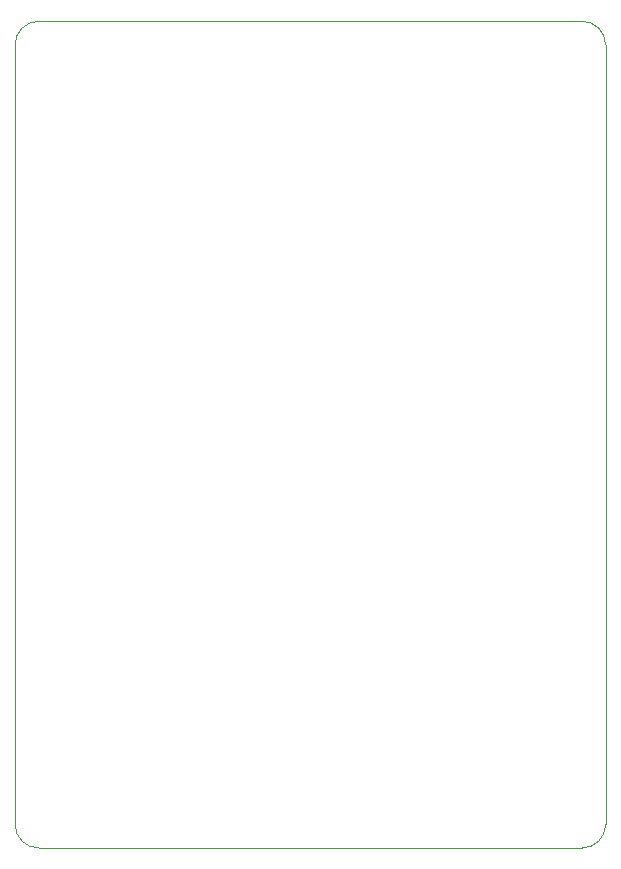
<source format=gbr>
%TF.GenerationSoftware,KiCad,Pcbnew,(5.1.6-0-10_14)*%
%TF.CreationDate,2021-04-25T16:08:19+02:00*%
%TF.ProjectId,ControlUnit,436f6e74-726f-46c5-956e-69742e6b6963,rev?*%
%TF.SameCoordinates,Original*%
%TF.FileFunction,Profile,NP*%
%FSLAX46Y46*%
G04 Gerber Fmt 4.6, Leading zero omitted, Abs format (unit mm)*
G04 Created by KiCad (PCBNEW (5.1.6-0-10_14)) date 2021-04-25 16:08:19*
%MOMM*%
%LPD*%
G01*
G04 APERTURE LIST*
%TA.AperFunction,Profile*%
%ADD10C,0.050000*%
%TD*%
G04 APERTURE END LIST*
D10*
X148000000Y-120000000D02*
X102000000Y-120000000D01*
X150000000Y-52000000D02*
X150000000Y-118000000D01*
X102000000Y-50000000D02*
X148000000Y-50000000D01*
X100000000Y-118000000D02*
X100000000Y-52000000D01*
X150000000Y-118000000D02*
G75*
G02*
X148000000Y-120000000I-2000000J0D01*
G01*
X102000000Y-120000000D02*
G75*
G02*
X100000000Y-118000000I0J2000000D01*
G01*
X148000000Y-50000000D02*
G75*
G02*
X150000000Y-52000000I0J-2000000D01*
G01*
X100000000Y-52000000D02*
G75*
G02*
X102000000Y-50000000I2000000J0D01*
G01*
M02*

</source>
